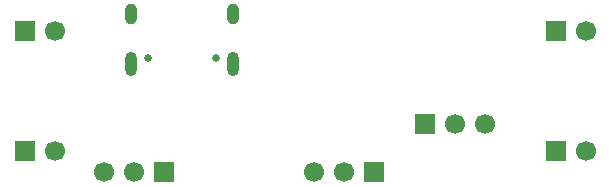
<source format=gbr>
%TF.GenerationSoftware,KiCad,Pcbnew,9.0.3*%
%TF.CreationDate,2025-08-21T23:57:32+02:00*%
%TF.ProjectId,20250807_updi,32303235-3038-4303-975f-757064692e6b,rev?*%
%TF.SameCoordinates,Original*%
%TF.FileFunction,Soldermask,Bot*%
%TF.FilePolarity,Negative*%
%FSLAX46Y46*%
G04 Gerber Fmt 4.6, Leading zero omitted, Abs format (unit mm)*
G04 Created by KiCad (PCBNEW 9.0.3) date 2025-08-21 23:57:32*
%MOMM*%
%LPD*%
G01*
G04 APERTURE LIST*
%ADD10R,1.700000X1.700000*%
%ADD11C,1.700000*%
%ADD12C,0.650000*%
%ADD13O,1.000000X2.100000*%
%ADD14O,1.000000X1.800000*%
G04 APERTURE END LIST*
D10*
%TO.C,J8*%
X222550000Y-96000000D03*
D11*
X220010000Y-96000000D03*
X217470000Y-96000000D03*
%TD*%
D10*
%TO.C,J3*%
X193000000Y-94160000D03*
D11*
X195540000Y-94160000D03*
%TD*%
D10*
%TO.C,J5*%
X238000000Y-94160000D03*
D11*
X240540000Y-94160000D03*
%TD*%
D12*
%TO.C,J1*%
X209210000Y-86300000D03*
X203430000Y-86300000D03*
D13*
X210640000Y-86800000D03*
D14*
X210640000Y-82620000D03*
D13*
X202000000Y-86800000D03*
D14*
X202000000Y-82620000D03*
%TD*%
D10*
%TO.C,J2*%
X193000000Y-84000000D03*
D11*
X195540000Y-84000000D03*
%TD*%
D10*
%TO.C,J7*%
X226900000Y-91900000D03*
D11*
X229440000Y-91900000D03*
X231980000Y-91900000D03*
%TD*%
D10*
%TO.C,J4*%
X238000000Y-84000000D03*
D11*
X240540000Y-84000000D03*
%TD*%
D10*
%TO.C,J6*%
X204780000Y-96000000D03*
D11*
X202240000Y-96000000D03*
X199700000Y-96000000D03*
%TD*%
M02*

</source>
